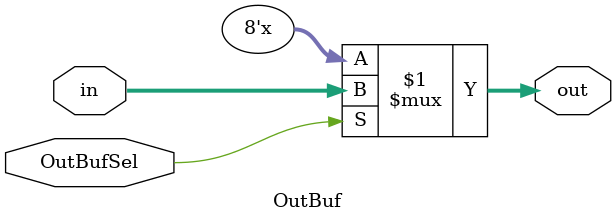
<source format=sv>
`timescale 1ns / 1ps

module counter_datapath (
    input logic clk,
    input logic rst,
    input logic AsrcSel,
    input logic ALoad,
    input logic OutBufSel,
    output logic ALt10,
    output logic [7:0] out
);

    logic [7:0] Areg_out;
    logic [7:0] mux_out;
    logic [7:0] adder_out;

    // Instantiate modules
    mux_2x1 U_MUX_2X1 (
        .sel(AsrcSel),
        .in0(8'b0),          // Constant 0
        .in1(adder_out),     // Output of the adder
        .out(mux_out)
    );

    Areg U_A_REG (
        .clk(clk),
        .rst(rst),
        .ALoad(ALoad),
        .d(mux_out),
        .q(Areg_out)
    );

    Comparator U_COMPARATOR (
        .a(Areg_out),
        .b(8'd10),           // Compare with 10
        .slt(ALt10)
    );

    Adder U_ADDER (
        .a(Areg_out),
        .b(8'b1),            // Increment by 1
        .sum(adder_out)
    );

    OutBuf U_OUTBUF (
        .in(Areg_out),
        .OutBufSel(OutBufSel),
        .out(out)
    );



endmodule


// 2x1 MUX for AsrcSel
module mux_2x1 (
    input logic sel,
    input logic [7:0] in0,
    input logic [7:0] in1,
    output logic [7:0] out
);
    always_comb begin
        out = 8'b0;
        if (sel) out = in1;
        else out = in0;
    end

endmodule


// Register with load enable
module Areg (
    input logic clk,
    input logic rst,
    input logic ALoad,
    input logic [7:0] d,
    output logic [7:0] q
);

    always_ff @( posedge clk, posedge rst ) begin
        if (rst) begin
            q <= 0;
        end else begin
            if (ALoad) begin
                q <= d;
            end
        end
    end
endmodule


// Comparator for two 8-bit numbers
module Comparator (
    input logic [7:0] a,
    input logic [7:0] b,
    output logic slt
);
    assign slt = a < b;  

endmodule


// adder for two 8-bit numbers
module Adder (
    input logic [7:0] a,
    input logic [7:0] b,
    output logic [7:0] sum
);
    assign sum = a + b;

endmodule


// output buffer with enable
module OutBuf (
    input logic [7:0] in,
    input logic OutBufSel,
    output logic [7:0] out
);
    assign out = OutBufSel ? in : 8'bz;

endmodule
</source>
